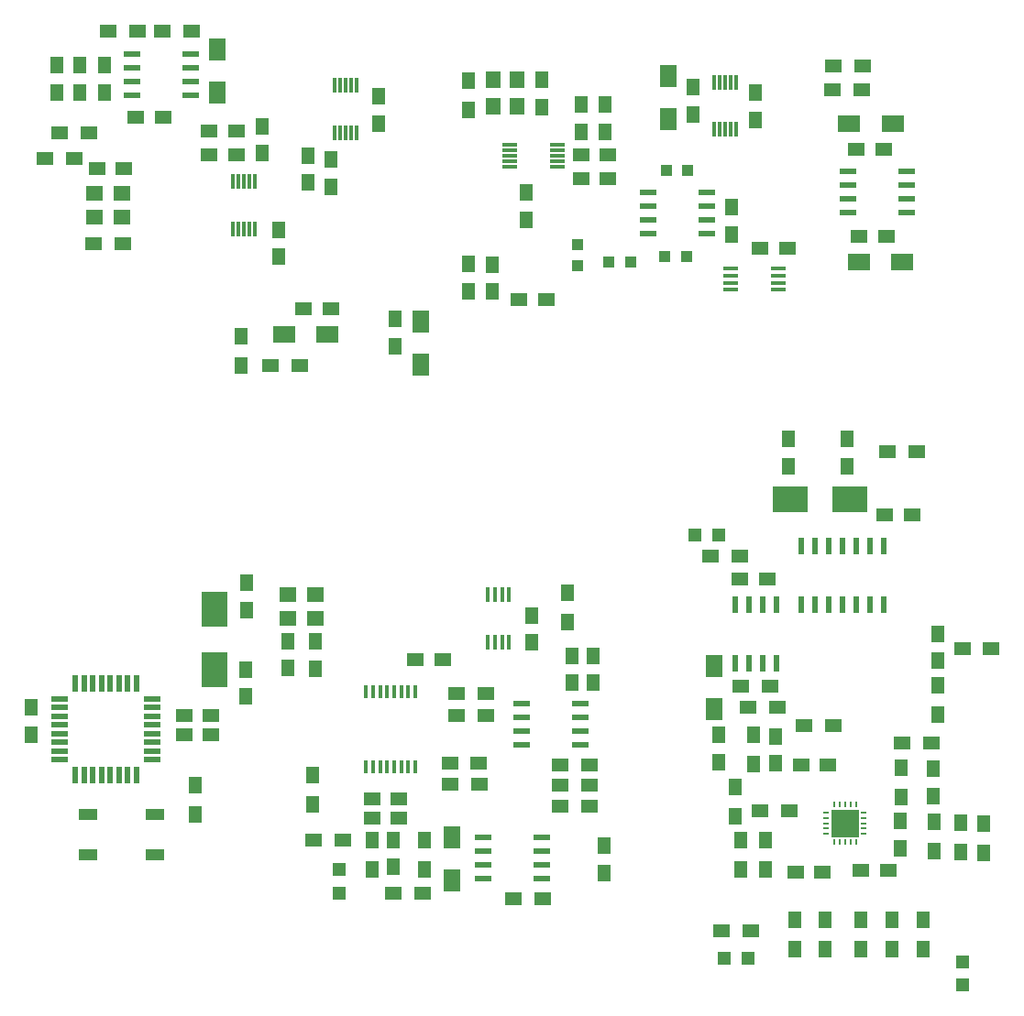
<source format=gbr>
G04 #@! TF.FileFunction,Paste,Top*
%FSLAX46Y46*%
G04 Gerber Fmt 4.6, Leading zero omitted, Abs format (unit mm)*
G04 Created by KiCad (PCBNEW 4.0.6) date 05/22/17 17:46:35*
%MOMM*%
%LPD*%
G01*
G04 APERTURE LIST*
%ADD10C,0.100000*%
%ADD11R,1.550000X0.600000*%
%ADD12R,1.250000X1.500000*%
%ADD13R,1.600000X1.400000*%
%ADD14R,1.400000X1.600000*%
%ADD15R,1.300000X1.500000*%
%ADD16R,1.500000X1.300000*%
%ADD17R,1.450000X0.450000*%
%ADD18R,0.300000X1.400000*%
%ADD19R,1.400000X0.300000*%
%ADD20R,1.000000X1.000000*%
%ADD21R,1.500000X1.250000*%
%ADD22R,1.600000X2.000000*%
%ADD23R,2.000000X1.600000*%
%ADD24R,0.400000X1.200000*%
%ADD25R,1.800000X1.100000*%
%ADD26R,0.450000X1.450000*%
%ADD27R,2.400000X3.325000*%
%ADD28R,1.200000X1.200000*%
%ADD29R,1.600000X0.550000*%
%ADD30R,0.550000X1.600000*%
%ADD31R,0.600000X1.500000*%
%ADD32R,0.250000X0.500000*%
%ADD33R,0.500000X0.250000*%
%ADD34R,2.500000X2.500000*%
%ADD35R,3.325000X2.400000*%
%ADD36R,0.600000X1.550000*%
G04 APERTURE END LIST*
D10*
D11*
X85400000Y-37815000D03*
X85400000Y-39085000D03*
X85400000Y-40355000D03*
X85400000Y-41625000D03*
X90800000Y-41625000D03*
X90800000Y-40355000D03*
X90800000Y-39085000D03*
X90800000Y-37815000D03*
D12*
X140790000Y-54470000D03*
X140790000Y-51970000D03*
D13*
X81934560Y-50673520D03*
X81934560Y-52873520D03*
X84434560Y-50673520D03*
X84434560Y-52873520D03*
D14*
X120910000Y-40150000D03*
X118710000Y-40150000D03*
X120910000Y-42650000D03*
X118710000Y-42650000D03*
D15*
X95440000Y-66580000D03*
X95440000Y-63880000D03*
D16*
X81380000Y-45070000D03*
X78680000Y-45070000D03*
X150070000Y-41060000D03*
X152770000Y-41060000D03*
X77320000Y-47430000D03*
X80020000Y-47430000D03*
X152850000Y-38870000D03*
X150150000Y-38870000D03*
X100870000Y-66560000D03*
X98170000Y-66560000D03*
D11*
X151530000Y-48655000D03*
X151530000Y-49925000D03*
X151530000Y-51195000D03*
X151530000Y-52465000D03*
X156930000Y-52465000D03*
X156930000Y-51195000D03*
X156930000Y-49925000D03*
X156930000Y-48655000D03*
D17*
X145120000Y-59595000D03*
X145120000Y-58945000D03*
X145120000Y-58295000D03*
X145120000Y-57645000D03*
X140720000Y-57645000D03*
X140720000Y-58295000D03*
X140720000Y-58945000D03*
X140720000Y-59595000D03*
D18*
X104130000Y-45090000D03*
X104630000Y-45090000D03*
X105130000Y-45090000D03*
X105630000Y-45090000D03*
X106130000Y-45090000D03*
X106130000Y-40690000D03*
X105630000Y-40690000D03*
X105130000Y-40690000D03*
X104630000Y-40690000D03*
X104130000Y-40690000D03*
X96742320Y-49573520D03*
X96242320Y-49573520D03*
X95742320Y-49573520D03*
X95242320Y-49573520D03*
X94742320Y-49573520D03*
X94742320Y-53973520D03*
X95242320Y-53973520D03*
X95742320Y-53973520D03*
X96242320Y-53973520D03*
X96742320Y-53973520D03*
X139180000Y-44780000D03*
X139680000Y-44780000D03*
X140180000Y-44780000D03*
X140680000Y-44780000D03*
X141180000Y-44780000D03*
X141180000Y-40380000D03*
X140680000Y-40380000D03*
X140180000Y-40380000D03*
X139680000Y-40380000D03*
X139180000Y-40380000D03*
D19*
X124690000Y-48190000D03*
X124690000Y-47690000D03*
X124690000Y-47190000D03*
X124690000Y-46690000D03*
X124690000Y-46190000D03*
X120290000Y-46190000D03*
X120290000Y-46690000D03*
X120290000Y-47190000D03*
X120290000Y-47690000D03*
X120290000Y-48190000D03*
D20*
X136740000Y-48510000D03*
X134740000Y-48510000D03*
X136610000Y-56470000D03*
X134610000Y-56470000D03*
X126510000Y-55370000D03*
X126510000Y-57370000D03*
D11*
X133070000Y-50615000D03*
X133070000Y-51885000D03*
X133070000Y-53155000D03*
X133070000Y-54425000D03*
X138470000Y-54425000D03*
X138470000Y-53155000D03*
X138470000Y-51885000D03*
X138470000Y-50615000D03*
D20*
X129450000Y-56980000D03*
X131450000Y-56980000D03*
D16*
X84562500Y-55293960D03*
X81862500Y-55293960D03*
D15*
X116450000Y-42940000D03*
X116450000Y-40240000D03*
D12*
X108150000Y-44200000D03*
X108150000Y-41700000D03*
D21*
X103740000Y-61330000D03*
X101240000Y-61330000D03*
X95020000Y-47080000D03*
X92520000Y-47080000D03*
D12*
X109660000Y-64770000D03*
X109660000Y-62270000D03*
X103760000Y-47560000D03*
X103760000Y-50060000D03*
X101650000Y-47170000D03*
X101650000Y-49670000D03*
X97420000Y-46980000D03*
X97420000Y-44480000D03*
X98920000Y-54030000D03*
X98920000Y-56530000D03*
X142990000Y-43860000D03*
X142990000Y-41360000D03*
D21*
X155070000Y-54680000D03*
X152570000Y-54680000D03*
X152280000Y-46620000D03*
X154780000Y-46620000D03*
D12*
X129040000Y-44970000D03*
X129040000Y-42470000D03*
X126880000Y-44960000D03*
X126880000Y-42460000D03*
X137190000Y-43360000D03*
X137190000Y-40860000D03*
D22*
X134920000Y-43830000D03*
X134920000Y-39830000D03*
D21*
X126860000Y-47150000D03*
X129360000Y-47150000D03*
X129360000Y-49270000D03*
X126860000Y-49270000D03*
X82137760Y-48339440D03*
X84637760Y-48339440D03*
D12*
X123240000Y-40200000D03*
X123240000Y-42700000D03*
X121830000Y-50580000D03*
X121830000Y-53080000D03*
D21*
X143430000Y-55780000D03*
X145930000Y-55780000D03*
D12*
X78410000Y-41340000D03*
X78410000Y-38840000D03*
X80600000Y-41340000D03*
X80600000Y-38840000D03*
X116490000Y-57220000D03*
X116490000Y-59720000D03*
X118660000Y-57230000D03*
X118660000Y-59730000D03*
D21*
X123630000Y-60450000D03*
X121130000Y-60450000D03*
D12*
X82820000Y-41320000D03*
X82820000Y-38820000D03*
D23*
X99430000Y-63700000D03*
X103430000Y-63700000D03*
D22*
X112060000Y-66490000D03*
X112060000Y-62490000D03*
D21*
X95020000Y-44930000D03*
X92520000Y-44930000D03*
D22*
X93270000Y-41340000D03*
X93270000Y-37340000D03*
D23*
X152530000Y-57040000D03*
X156530000Y-57040000D03*
X151630000Y-44190000D03*
X155630000Y-44190000D03*
D21*
X88230000Y-43670000D03*
X85730000Y-43670000D03*
D16*
X83160000Y-35640000D03*
X85860000Y-35640000D03*
X88220000Y-35660000D03*
X90920000Y-35660000D03*
D24*
X111549800Y-96745200D03*
X110899800Y-96745200D03*
X110249800Y-96745200D03*
X109599800Y-96745200D03*
X108949800Y-96745200D03*
X108299800Y-96745200D03*
X107649800Y-96745200D03*
X106999800Y-96745200D03*
X106999800Y-103645200D03*
X107649800Y-103645200D03*
X108299800Y-103645200D03*
X108949800Y-103645200D03*
X109599800Y-103645200D03*
X110249800Y-103645200D03*
X110899800Y-103645200D03*
X111549800Y-103645200D03*
D21*
X111555400Y-93730900D03*
X114055400Y-93730900D03*
D12*
X127969200Y-95895300D03*
X127969200Y-93395300D03*
X126026100Y-95895300D03*
X126026100Y-93395300D03*
X122266900Y-92186900D03*
X122266900Y-89686900D03*
X76077000Y-100695900D03*
X76077000Y-98195900D03*
D21*
X90206700Y-98925200D03*
X92706700Y-98925200D03*
X90206700Y-100703200D03*
X92706700Y-100703200D03*
D12*
X95882650Y-94684350D03*
X95882650Y-97184350D03*
X95933450Y-89170650D03*
X95933450Y-86670650D03*
X129010600Y-110972100D03*
X129010600Y-113472100D03*
X109554200Y-110426000D03*
X109554200Y-112926000D03*
X99813300Y-94561800D03*
X99813300Y-92061800D03*
D21*
X110042200Y-106596000D03*
X107542200Y-106596000D03*
D16*
X124955500Y-105364100D03*
X127655500Y-105364100D03*
X127617400Y-103471800D03*
X124917400Y-103471800D03*
X104897100Y-110418700D03*
X102197100Y-110418700D03*
D15*
X102112000Y-104458600D03*
X102112000Y-107158600D03*
D16*
X118079700Y-96931300D03*
X115379700Y-96931300D03*
X115379700Y-98925200D03*
X118079700Y-98925200D03*
X124942800Y-107269100D03*
X127642800Y-107269100D03*
X114744700Y-105275200D03*
X117444700Y-105275200D03*
X117432000Y-103319400D03*
X114732000Y-103319400D03*
D15*
X125645100Y-90293000D03*
X125645100Y-87593000D03*
X91266200Y-105373000D03*
X91266200Y-108073000D03*
D25*
X87508200Y-108060700D03*
X81308200Y-108060700D03*
X81308200Y-111760700D03*
X87508200Y-111760700D03*
D11*
X121408400Y-97833000D03*
X121408400Y-99103000D03*
X121408400Y-100373000D03*
X121408400Y-101643000D03*
X126808400Y-101643000D03*
X126808400Y-100373000D03*
X126808400Y-99103000D03*
X126808400Y-97833000D03*
D26*
X118262950Y-92190750D03*
X118912950Y-92190750D03*
X119562950Y-92190750D03*
X120212950Y-92190750D03*
X120212950Y-87790750D03*
X119562950Y-87790750D03*
X118912950Y-87790750D03*
X118262950Y-87790750D03*
D13*
X102320600Y-87741400D03*
X99820600Y-87741400D03*
X102320600Y-89941400D03*
X99820600Y-89941400D03*
D27*
X93050550Y-94670950D03*
X93050550Y-89145950D03*
D21*
X107554900Y-108424800D03*
X110054900Y-108424800D03*
D12*
X102302500Y-92087200D03*
X102302500Y-94587200D03*
D15*
X107560300Y-110427600D03*
X107560300Y-113127600D03*
D11*
X123239700Y-113987400D03*
X123239700Y-112717400D03*
X123239700Y-111447400D03*
X123239700Y-110177400D03*
X117839700Y-110177400D03*
X117839700Y-111447400D03*
X117839700Y-112717400D03*
X117839700Y-113987400D03*
D28*
X104563100Y-113128700D03*
X104563100Y-115328700D03*
D29*
X87223100Y-102995200D03*
X87223100Y-102195200D03*
X87223100Y-101395200D03*
X87223100Y-100595200D03*
X87223100Y-99795200D03*
X87223100Y-98995200D03*
X87223100Y-98195200D03*
X87223100Y-97395200D03*
D30*
X85773100Y-95945200D03*
X84973100Y-95945200D03*
X84173100Y-95945200D03*
X83373100Y-95945200D03*
X82573100Y-95945200D03*
X81773100Y-95945200D03*
X80973100Y-95945200D03*
X80173100Y-95945200D03*
D29*
X78723100Y-97395200D03*
X78723100Y-98195200D03*
X78723100Y-98995200D03*
X78723100Y-99795200D03*
X78723100Y-100595200D03*
X78723100Y-101395200D03*
X78723100Y-102195200D03*
X78723100Y-102995200D03*
D30*
X80173100Y-104445200D03*
X80973100Y-104445200D03*
X81773100Y-104445200D03*
X82573100Y-104445200D03*
X83373100Y-104445200D03*
X84173100Y-104445200D03*
X84973100Y-104445200D03*
X85773100Y-104445200D03*
D22*
X114964400Y-114184000D03*
X114964400Y-110184000D03*
D16*
X120599400Y-115892400D03*
X123299400Y-115892400D03*
X109563100Y-115320900D03*
X112263100Y-115320900D03*
D15*
X112437100Y-113127600D03*
X112437100Y-110427600D03*
D31*
X154793300Y-83285900D03*
X153523300Y-83285900D03*
X152253300Y-83285900D03*
X150983300Y-83285900D03*
X149713300Y-83285900D03*
X148443300Y-83285900D03*
X147173300Y-83285900D03*
X147173300Y-88685900D03*
X148443300Y-88685900D03*
X149713300Y-88685900D03*
X150983300Y-88685900D03*
X152253300Y-88685900D03*
X153523300Y-88685900D03*
X154793300Y-88685900D03*
D16*
X146110300Y-107702900D03*
X143410300Y-107702900D03*
D32*
X150246700Y-110623900D03*
X150746700Y-110623900D03*
X151246700Y-110623900D03*
X151746700Y-110623900D03*
X152246700Y-110623900D03*
D33*
X152996700Y-109873900D03*
D34*
X151246700Y-108873900D03*
D33*
X152996700Y-109373900D03*
X152996700Y-108873900D03*
X152996700Y-108373900D03*
X152996700Y-107873900D03*
D32*
X152246700Y-107123900D03*
X151746700Y-107123900D03*
X151246700Y-107123900D03*
X150746700Y-107123900D03*
X150246700Y-107123900D03*
D33*
X149496700Y-107873900D03*
X149496700Y-108373900D03*
X149496700Y-108873900D03*
X149496700Y-109373900D03*
X149496700Y-109873900D03*
D28*
X162064050Y-121658750D03*
X162064050Y-123858750D03*
D21*
X152705100Y-113265500D03*
X155205100Y-113265500D03*
D12*
X156342700Y-108662700D03*
X156342700Y-111162700D03*
X159416100Y-103836700D03*
X159416100Y-106336700D03*
D21*
X149667900Y-103511900D03*
X147167900Y-103511900D03*
D12*
X144811100Y-103339500D03*
X144811100Y-100839500D03*
X139604100Y-100737900D03*
X139604100Y-103237900D03*
D21*
X146659900Y-113367100D03*
X149159900Y-113367100D03*
D15*
X155555300Y-117833700D03*
X155555300Y-120533700D03*
X146563700Y-117808300D03*
X146563700Y-120508300D03*
X149357700Y-120533700D03*
X149357700Y-117833700D03*
X152710500Y-120508300D03*
X152710500Y-117808300D03*
X158450900Y-120482900D03*
X158450900Y-117782900D03*
X161905300Y-111542100D03*
X161905300Y-108842100D03*
X159492300Y-111415100D03*
X159492300Y-108715100D03*
X156393500Y-106487500D03*
X156393500Y-103787500D03*
D16*
X156542100Y-101454500D03*
X159242100Y-101454500D03*
D15*
X142779100Y-103388700D03*
X142779100Y-100688700D03*
X141610700Y-113116900D03*
X141610700Y-110416900D03*
X143871300Y-110416900D03*
X143871300Y-113116900D03*
X141102700Y-108240100D03*
X141102700Y-105540100D03*
X164077000Y-108905600D03*
X164077000Y-111605600D03*
D16*
X139835300Y-118843600D03*
X142535300Y-118843600D03*
D21*
X141555300Y-86303600D03*
X144055300Y-86303600D03*
D12*
X159822500Y-91352600D03*
X159822500Y-93852600D03*
X151465900Y-75894800D03*
X151465900Y-73394800D03*
X145992200Y-75894800D03*
X145992200Y-73394800D03*
D21*
X154940300Y-80347100D03*
X157440300Y-80347100D03*
D28*
X142305300Y-121353600D03*
X140105300Y-121353600D03*
X137345300Y-82233600D03*
X139545300Y-82233600D03*
D16*
X150161600Y-99828900D03*
X147461600Y-99828900D03*
D15*
X159784400Y-96142100D03*
X159784400Y-98842100D03*
D16*
X162066600Y-92716900D03*
X164766600Y-92716900D03*
X141538300Y-84157100D03*
X138838300Y-84157100D03*
X155195900Y-74517800D03*
X157895900Y-74517800D03*
D35*
X151688400Y-78950100D03*
X146163400Y-78950100D03*
D36*
X144870300Y-88693600D03*
X143600300Y-88693600D03*
X142330300Y-88693600D03*
X141060300Y-88693600D03*
X141060300Y-94093600D03*
X142330300Y-94093600D03*
X143600300Y-94093600D03*
X144870300Y-94093600D03*
D16*
X141595300Y-96183600D03*
X144295300Y-96183600D03*
X142315300Y-98143600D03*
X145015300Y-98143600D03*
D22*
X139125300Y-94333600D03*
X139125300Y-98333600D03*
M02*

</source>
